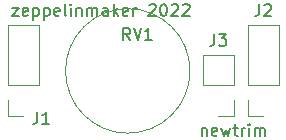
<source format=gbr>
G04 #@! TF.GenerationSoftware,KiCad,Pcbnew,(5.1.4-0-10_14)*
G04 #@! TF.CreationDate,2022-05-27T17:01:38+02:00*
G04 #@! TF.ProjectId,newtrimmer,6e657774-7269-46d6-9d65-722e6b696361,rev?*
G04 #@! TF.SameCoordinates,Original*
G04 #@! TF.FileFunction,Legend,Top*
G04 #@! TF.FilePolarity,Positive*
%FSLAX46Y46*%
G04 Gerber Fmt 4.6, Leading zero omitted, Abs format (unit mm)*
G04 Created by KiCad (PCBNEW (5.1.4-0-10_14)) date 2022-05-27 17:01:38*
%MOMM*%
%LPD*%
G04 APERTURE LIST*
%ADD10C,0.150000*%
%ADD11C,0.120000*%
G04 APERTURE END LIST*
D10*
X88773333Y-93765714D02*
X88773333Y-94432380D01*
X88773333Y-93860952D02*
X88820952Y-93813333D01*
X88916190Y-93765714D01*
X89059047Y-93765714D01*
X89154285Y-93813333D01*
X89201904Y-93908571D01*
X89201904Y-94432380D01*
X90059047Y-94384761D02*
X89963809Y-94432380D01*
X89773333Y-94432380D01*
X89678095Y-94384761D01*
X89630476Y-94289523D01*
X89630476Y-93908571D01*
X89678095Y-93813333D01*
X89773333Y-93765714D01*
X89963809Y-93765714D01*
X90059047Y-93813333D01*
X90106666Y-93908571D01*
X90106666Y-94003809D01*
X89630476Y-94099047D01*
X90440000Y-93765714D02*
X90630476Y-94432380D01*
X90820952Y-93956190D01*
X91011428Y-94432380D01*
X91201904Y-93765714D01*
X91440000Y-93765714D02*
X91820952Y-93765714D01*
X91582857Y-93432380D02*
X91582857Y-94289523D01*
X91630476Y-94384761D01*
X91725714Y-94432380D01*
X91820952Y-94432380D01*
X92154285Y-94432380D02*
X92154285Y-93765714D01*
X92154285Y-93956190D02*
X92201904Y-93860952D01*
X92249523Y-93813333D01*
X92344761Y-93765714D01*
X92440000Y-93765714D01*
X92773333Y-94432380D02*
X92773333Y-93765714D01*
X92773333Y-93432380D02*
X92725714Y-93480000D01*
X92773333Y-93527619D01*
X92820952Y-93480000D01*
X92773333Y-93432380D01*
X92773333Y-93527619D01*
X93249523Y-94432380D02*
X93249523Y-93765714D01*
X93249523Y-93860952D02*
X93297142Y-93813333D01*
X93392380Y-93765714D01*
X93535238Y-93765714D01*
X93630476Y-93813333D01*
X93678095Y-93908571D01*
X93678095Y-94432380D01*
X93678095Y-93908571D02*
X93725714Y-93813333D01*
X93820952Y-93765714D01*
X93963809Y-93765714D01*
X94059047Y-93813333D01*
X94106666Y-93908571D01*
X94106666Y-94432380D01*
X72740190Y-83605714D02*
X73264000Y-83605714D01*
X72740190Y-84272380D01*
X73264000Y-84272380D01*
X74025904Y-84224761D02*
X73930666Y-84272380D01*
X73740190Y-84272380D01*
X73644952Y-84224761D01*
X73597333Y-84129523D01*
X73597333Y-83748571D01*
X73644952Y-83653333D01*
X73740190Y-83605714D01*
X73930666Y-83605714D01*
X74025904Y-83653333D01*
X74073523Y-83748571D01*
X74073523Y-83843809D01*
X73597333Y-83939047D01*
X74502095Y-83605714D02*
X74502095Y-84605714D01*
X74502095Y-83653333D02*
X74597333Y-83605714D01*
X74787809Y-83605714D01*
X74883047Y-83653333D01*
X74930666Y-83700952D01*
X74978285Y-83796190D01*
X74978285Y-84081904D01*
X74930666Y-84177142D01*
X74883047Y-84224761D01*
X74787809Y-84272380D01*
X74597333Y-84272380D01*
X74502095Y-84224761D01*
X75406857Y-83605714D02*
X75406857Y-84605714D01*
X75406857Y-83653333D02*
X75502095Y-83605714D01*
X75692571Y-83605714D01*
X75787809Y-83653333D01*
X75835428Y-83700952D01*
X75883047Y-83796190D01*
X75883047Y-84081904D01*
X75835428Y-84177142D01*
X75787809Y-84224761D01*
X75692571Y-84272380D01*
X75502095Y-84272380D01*
X75406857Y-84224761D01*
X76692571Y-84224761D02*
X76597333Y-84272380D01*
X76406857Y-84272380D01*
X76311619Y-84224761D01*
X76264000Y-84129523D01*
X76264000Y-83748571D01*
X76311619Y-83653333D01*
X76406857Y-83605714D01*
X76597333Y-83605714D01*
X76692571Y-83653333D01*
X76740190Y-83748571D01*
X76740190Y-83843809D01*
X76264000Y-83939047D01*
X77311619Y-84272380D02*
X77216380Y-84224761D01*
X77168761Y-84129523D01*
X77168761Y-83272380D01*
X77692571Y-84272380D02*
X77692571Y-83605714D01*
X77692571Y-83272380D02*
X77644952Y-83320000D01*
X77692571Y-83367619D01*
X77740190Y-83320000D01*
X77692571Y-83272380D01*
X77692571Y-83367619D01*
X78168761Y-83605714D02*
X78168761Y-84272380D01*
X78168761Y-83700952D02*
X78216380Y-83653333D01*
X78311619Y-83605714D01*
X78454476Y-83605714D01*
X78549714Y-83653333D01*
X78597333Y-83748571D01*
X78597333Y-84272380D01*
X79073523Y-84272380D02*
X79073523Y-83605714D01*
X79073523Y-83700952D02*
X79121142Y-83653333D01*
X79216380Y-83605714D01*
X79359238Y-83605714D01*
X79454476Y-83653333D01*
X79502095Y-83748571D01*
X79502095Y-84272380D01*
X79502095Y-83748571D02*
X79549714Y-83653333D01*
X79644952Y-83605714D01*
X79787809Y-83605714D01*
X79883047Y-83653333D01*
X79930666Y-83748571D01*
X79930666Y-84272380D01*
X80835428Y-84272380D02*
X80835428Y-83748571D01*
X80787809Y-83653333D01*
X80692571Y-83605714D01*
X80502095Y-83605714D01*
X80406857Y-83653333D01*
X80835428Y-84224761D02*
X80740190Y-84272380D01*
X80502095Y-84272380D01*
X80406857Y-84224761D01*
X80359238Y-84129523D01*
X80359238Y-84034285D01*
X80406857Y-83939047D01*
X80502095Y-83891428D01*
X80740190Y-83891428D01*
X80835428Y-83843809D01*
X81311619Y-84272380D02*
X81311619Y-83272380D01*
X81406857Y-83891428D02*
X81692571Y-84272380D01*
X81692571Y-83605714D02*
X81311619Y-83986666D01*
X82502095Y-84224761D02*
X82406857Y-84272380D01*
X82216380Y-84272380D01*
X82121142Y-84224761D01*
X82073523Y-84129523D01*
X82073523Y-83748571D01*
X82121142Y-83653333D01*
X82216380Y-83605714D01*
X82406857Y-83605714D01*
X82502095Y-83653333D01*
X82549714Y-83748571D01*
X82549714Y-83843809D01*
X82073523Y-83939047D01*
X82978285Y-84272380D02*
X82978285Y-83605714D01*
X82978285Y-83796190D02*
X83025904Y-83700952D01*
X83073523Y-83653333D01*
X83168761Y-83605714D01*
X83264000Y-83605714D01*
X84311619Y-83367619D02*
X84359238Y-83320000D01*
X84454476Y-83272380D01*
X84692571Y-83272380D01*
X84787809Y-83320000D01*
X84835428Y-83367619D01*
X84883047Y-83462857D01*
X84883047Y-83558095D01*
X84835428Y-83700952D01*
X84264000Y-84272380D01*
X84883047Y-84272380D01*
X85502095Y-83272380D02*
X85597333Y-83272380D01*
X85692571Y-83320000D01*
X85740190Y-83367619D01*
X85787809Y-83462857D01*
X85835428Y-83653333D01*
X85835428Y-83891428D01*
X85787809Y-84081904D01*
X85740190Y-84177142D01*
X85692571Y-84224761D01*
X85597333Y-84272380D01*
X85502095Y-84272380D01*
X85406857Y-84224761D01*
X85359238Y-84177142D01*
X85311619Y-84081904D01*
X85263999Y-83891428D01*
X85263999Y-83653333D01*
X85311619Y-83462857D01*
X85359238Y-83367619D01*
X85406857Y-83320000D01*
X85502095Y-83272380D01*
X86216380Y-83367619D02*
X86263999Y-83320000D01*
X86359238Y-83272380D01*
X86597333Y-83272380D01*
X86692571Y-83320000D01*
X86740190Y-83367619D01*
X86787809Y-83462857D01*
X86787809Y-83558095D01*
X86740190Y-83700952D01*
X86168761Y-84272380D01*
X86787809Y-84272380D01*
X87168761Y-83367619D02*
X87216380Y-83320000D01*
X87311619Y-83272380D01*
X87549714Y-83272380D01*
X87644952Y-83320000D01*
X87692571Y-83367619D01*
X87740190Y-83462857D01*
X87740190Y-83558095D01*
X87692571Y-83700952D01*
X87121142Y-84272380D01*
X87740190Y-84272380D01*
D11*
X73660000Y-92770000D02*
X72330000Y-92770000D01*
X72330000Y-92770000D02*
X72330000Y-91440000D01*
X72330000Y-90170000D02*
X72330000Y-85030000D01*
X74990000Y-85030000D02*
X72330000Y-85030000D01*
X74990000Y-90170000D02*
X74990000Y-85030000D01*
X74990000Y-90170000D02*
X72330000Y-90170000D01*
X95310000Y-90170000D02*
X92650000Y-90170000D01*
X95310000Y-90170000D02*
X95310000Y-85030000D01*
X95310000Y-85030000D02*
X92650000Y-85030000D01*
X92650000Y-90170000D02*
X92650000Y-85030000D01*
X92650000Y-92770000D02*
X92650000Y-91440000D01*
X93980000Y-92770000D02*
X92650000Y-92770000D01*
X87781000Y-88940000D02*
G75*
G03X87781000Y-88940000I-5270000J0D01*
G01*
X91500000Y-87570000D02*
X88840000Y-87570000D01*
X91500000Y-90170000D02*
X91500000Y-87570000D01*
X88840000Y-90170000D02*
X88840000Y-87570000D01*
X91500000Y-90170000D02*
X88840000Y-90170000D01*
X91500000Y-91440000D02*
X91500000Y-92770000D01*
X91500000Y-92770000D02*
X90170000Y-92770000D01*
D10*
X74850666Y-92416380D02*
X74850666Y-93130666D01*
X74803047Y-93273523D01*
X74707809Y-93368761D01*
X74564952Y-93416380D01*
X74469714Y-93416380D01*
X75850666Y-93416380D02*
X75279238Y-93416380D01*
X75564952Y-93416380D02*
X75564952Y-92416380D01*
X75469714Y-92559238D01*
X75374476Y-92654476D01*
X75279238Y-92702095D01*
X93646666Y-83272380D02*
X93646666Y-83986666D01*
X93599047Y-84129523D01*
X93503809Y-84224761D01*
X93360952Y-84272380D01*
X93265714Y-84272380D01*
X94075238Y-83367619D02*
X94122857Y-83320000D01*
X94218095Y-83272380D01*
X94456190Y-83272380D01*
X94551428Y-83320000D01*
X94599047Y-83367619D01*
X94646666Y-83462857D01*
X94646666Y-83558095D01*
X94599047Y-83700952D01*
X94027619Y-84272380D01*
X94646666Y-84272380D01*
X82716761Y-86304380D02*
X82383428Y-85828190D01*
X82145333Y-86304380D02*
X82145333Y-85304380D01*
X82526285Y-85304380D01*
X82621523Y-85352000D01*
X82669142Y-85399619D01*
X82716761Y-85494857D01*
X82716761Y-85637714D01*
X82669142Y-85732952D01*
X82621523Y-85780571D01*
X82526285Y-85828190D01*
X82145333Y-85828190D01*
X83002476Y-85304380D02*
X83335809Y-86304380D01*
X83669142Y-85304380D01*
X84526285Y-86304380D02*
X83954857Y-86304380D01*
X84240571Y-86304380D02*
X84240571Y-85304380D01*
X84145333Y-85447238D01*
X84050095Y-85542476D01*
X83954857Y-85590095D01*
X89836666Y-85812380D02*
X89836666Y-86526666D01*
X89789047Y-86669523D01*
X89693809Y-86764761D01*
X89550952Y-86812380D01*
X89455714Y-86812380D01*
X90217619Y-85812380D02*
X90836666Y-85812380D01*
X90503333Y-86193333D01*
X90646190Y-86193333D01*
X90741428Y-86240952D01*
X90789047Y-86288571D01*
X90836666Y-86383809D01*
X90836666Y-86621904D01*
X90789047Y-86717142D01*
X90741428Y-86764761D01*
X90646190Y-86812380D01*
X90360476Y-86812380D01*
X90265238Y-86764761D01*
X90217619Y-86717142D01*
M02*

</source>
